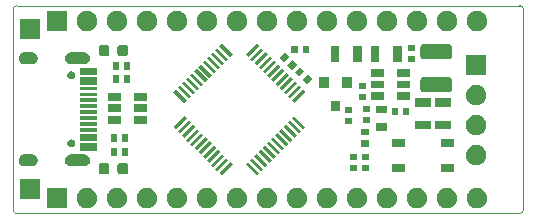
<source format=gts>
G04 #@! TF.GenerationSoftware,KiCad,Pcbnew,5.1.5+dfsg1-2build2*
G04 #@! TF.CreationDate,2020-09-14T17:30:23+02:00*
G04 #@! TF.ProjectId,OtterPillG,4f747465-7250-4696-9c6c-472e6b696361,rev?*
G04 #@! TF.SameCoordinates,Original*
G04 #@! TF.FileFunction,Soldermask,Top*
G04 #@! TF.FilePolarity,Negative*
%FSLAX46Y46*%
G04 Gerber Fmt 4.6, Leading zero omitted, Abs format (unit mm)*
G04 Created by KiCad (PCBNEW 5.1.5+dfsg1-2build2) date 2020-09-14 17:30:23*
%MOMM*%
%LPD*%
G04 APERTURE LIST*
%ADD10C,0.050000*%
%ADD11C,0.100000*%
G04 APERTURE END LIST*
D10*
X63200000Y-37100000D02*
G75*
G02X62900000Y-37400000I-300000J0D01*
G01*
X62900000Y-19800000D02*
G75*
G02X63200000Y-20100000I0J-300000D01*
G01*
X20000000Y-20100000D02*
G75*
G02X20300000Y-19800000I300000J0D01*
G01*
X20300000Y-37400000D02*
G75*
G02X20000000Y-37100000I0J300000D01*
G01*
X20000000Y-37100000D02*
X20000000Y-20100000D01*
X62900000Y-37400000D02*
X20300000Y-37400000D01*
X63200000Y-20100000D02*
X63200000Y-37100000D01*
X20300000Y-19800000D02*
X62900000Y-19800000D01*
D11*
G36*
X24560000Y-36960000D02*
G01*
X22840000Y-36960000D01*
X22840000Y-35240000D01*
X24560000Y-35240000D01*
X24560000Y-36960000D01*
G37*
G36*
X44270853Y-35273049D02*
G01*
X44270856Y-35273050D01*
X44270855Y-35273050D01*
X44427360Y-35337876D01*
X44427363Y-35337878D01*
X44568218Y-35431995D01*
X44688005Y-35551782D01*
X44782122Y-35692637D01*
X44782124Y-35692640D01*
X44834977Y-35820239D01*
X44846951Y-35849147D01*
X44880000Y-36015297D01*
X44880000Y-36184703D01*
X44846951Y-36350853D01*
X44846950Y-36350855D01*
X44782124Y-36507360D01*
X44782122Y-36507363D01*
X44688005Y-36648218D01*
X44568218Y-36768005D01*
X44427363Y-36862122D01*
X44427360Y-36862124D01*
X44299761Y-36914977D01*
X44270853Y-36926951D01*
X44104703Y-36960000D01*
X43935297Y-36960000D01*
X43769147Y-36926951D01*
X43740239Y-36914977D01*
X43612640Y-36862124D01*
X43612637Y-36862122D01*
X43471782Y-36768005D01*
X43351995Y-36648218D01*
X43257878Y-36507363D01*
X43257876Y-36507360D01*
X43193050Y-36350855D01*
X43193049Y-36350853D01*
X43160000Y-36184703D01*
X43160000Y-36015297D01*
X43193049Y-35849147D01*
X43205023Y-35820239D01*
X43257876Y-35692640D01*
X43257878Y-35692637D01*
X43351995Y-35551782D01*
X43471782Y-35431995D01*
X43612637Y-35337878D01*
X43612640Y-35337876D01*
X43769145Y-35273050D01*
X43769144Y-35273050D01*
X43769147Y-35273049D01*
X43935297Y-35240000D01*
X44104703Y-35240000D01*
X44270853Y-35273049D01*
G37*
G36*
X59510853Y-35273049D02*
G01*
X59510856Y-35273050D01*
X59510855Y-35273050D01*
X59667360Y-35337876D01*
X59667363Y-35337878D01*
X59808218Y-35431995D01*
X59928005Y-35551782D01*
X60022122Y-35692637D01*
X60022124Y-35692640D01*
X60074977Y-35820239D01*
X60086951Y-35849147D01*
X60120000Y-36015297D01*
X60120000Y-36184703D01*
X60086951Y-36350853D01*
X60086950Y-36350855D01*
X60022124Y-36507360D01*
X60022122Y-36507363D01*
X59928005Y-36648218D01*
X59808218Y-36768005D01*
X59667363Y-36862122D01*
X59667360Y-36862124D01*
X59539761Y-36914977D01*
X59510853Y-36926951D01*
X59344703Y-36960000D01*
X59175297Y-36960000D01*
X59009147Y-36926951D01*
X58980239Y-36914977D01*
X58852640Y-36862124D01*
X58852637Y-36862122D01*
X58711782Y-36768005D01*
X58591995Y-36648218D01*
X58497878Y-36507363D01*
X58497876Y-36507360D01*
X58433050Y-36350855D01*
X58433049Y-36350853D01*
X58400000Y-36184703D01*
X58400000Y-36015297D01*
X58433049Y-35849147D01*
X58445023Y-35820239D01*
X58497876Y-35692640D01*
X58497878Y-35692637D01*
X58591995Y-35551782D01*
X58711782Y-35431995D01*
X58852637Y-35337878D01*
X58852640Y-35337876D01*
X59009145Y-35273050D01*
X59009144Y-35273050D01*
X59009147Y-35273049D01*
X59175297Y-35240000D01*
X59344703Y-35240000D01*
X59510853Y-35273049D01*
G37*
G36*
X54430853Y-35273049D02*
G01*
X54430856Y-35273050D01*
X54430855Y-35273050D01*
X54587360Y-35337876D01*
X54587363Y-35337878D01*
X54728218Y-35431995D01*
X54848005Y-35551782D01*
X54942122Y-35692637D01*
X54942124Y-35692640D01*
X54994977Y-35820239D01*
X55006951Y-35849147D01*
X55040000Y-36015297D01*
X55040000Y-36184703D01*
X55006951Y-36350853D01*
X55006950Y-36350855D01*
X54942124Y-36507360D01*
X54942122Y-36507363D01*
X54848005Y-36648218D01*
X54728218Y-36768005D01*
X54587363Y-36862122D01*
X54587360Y-36862124D01*
X54459761Y-36914977D01*
X54430853Y-36926951D01*
X54264703Y-36960000D01*
X54095297Y-36960000D01*
X53929147Y-36926951D01*
X53900239Y-36914977D01*
X53772640Y-36862124D01*
X53772637Y-36862122D01*
X53631782Y-36768005D01*
X53511995Y-36648218D01*
X53417878Y-36507363D01*
X53417876Y-36507360D01*
X53353050Y-36350855D01*
X53353049Y-36350853D01*
X53320000Y-36184703D01*
X53320000Y-36015297D01*
X53353049Y-35849147D01*
X53365023Y-35820239D01*
X53417876Y-35692640D01*
X53417878Y-35692637D01*
X53511995Y-35551782D01*
X53631782Y-35431995D01*
X53772637Y-35337878D01*
X53772640Y-35337876D01*
X53929145Y-35273050D01*
X53929144Y-35273050D01*
X53929147Y-35273049D01*
X54095297Y-35240000D01*
X54264703Y-35240000D01*
X54430853Y-35273049D01*
G37*
G36*
X51890853Y-35273049D02*
G01*
X51890856Y-35273050D01*
X51890855Y-35273050D01*
X52047360Y-35337876D01*
X52047363Y-35337878D01*
X52188218Y-35431995D01*
X52308005Y-35551782D01*
X52402122Y-35692637D01*
X52402124Y-35692640D01*
X52454977Y-35820239D01*
X52466951Y-35849147D01*
X52500000Y-36015297D01*
X52500000Y-36184703D01*
X52466951Y-36350853D01*
X52466950Y-36350855D01*
X52402124Y-36507360D01*
X52402122Y-36507363D01*
X52308005Y-36648218D01*
X52188218Y-36768005D01*
X52047363Y-36862122D01*
X52047360Y-36862124D01*
X51919761Y-36914977D01*
X51890853Y-36926951D01*
X51724703Y-36960000D01*
X51555297Y-36960000D01*
X51389147Y-36926951D01*
X51360239Y-36914977D01*
X51232640Y-36862124D01*
X51232637Y-36862122D01*
X51091782Y-36768005D01*
X50971995Y-36648218D01*
X50877878Y-36507363D01*
X50877876Y-36507360D01*
X50813050Y-36350855D01*
X50813049Y-36350853D01*
X50780000Y-36184703D01*
X50780000Y-36015297D01*
X50813049Y-35849147D01*
X50825023Y-35820239D01*
X50877876Y-35692640D01*
X50877878Y-35692637D01*
X50971995Y-35551782D01*
X51091782Y-35431995D01*
X51232637Y-35337878D01*
X51232640Y-35337876D01*
X51389145Y-35273050D01*
X51389144Y-35273050D01*
X51389147Y-35273049D01*
X51555297Y-35240000D01*
X51724703Y-35240000D01*
X51890853Y-35273049D01*
G37*
G36*
X49350853Y-35273049D02*
G01*
X49350856Y-35273050D01*
X49350855Y-35273050D01*
X49507360Y-35337876D01*
X49507363Y-35337878D01*
X49648218Y-35431995D01*
X49768005Y-35551782D01*
X49862122Y-35692637D01*
X49862124Y-35692640D01*
X49914977Y-35820239D01*
X49926951Y-35849147D01*
X49960000Y-36015297D01*
X49960000Y-36184703D01*
X49926951Y-36350853D01*
X49926950Y-36350855D01*
X49862124Y-36507360D01*
X49862122Y-36507363D01*
X49768005Y-36648218D01*
X49648218Y-36768005D01*
X49507363Y-36862122D01*
X49507360Y-36862124D01*
X49379761Y-36914977D01*
X49350853Y-36926951D01*
X49184703Y-36960000D01*
X49015297Y-36960000D01*
X48849147Y-36926951D01*
X48820239Y-36914977D01*
X48692640Y-36862124D01*
X48692637Y-36862122D01*
X48551782Y-36768005D01*
X48431995Y-36648218D01*
X48337878Y-36507363D01*
X48337876Y-36507360D01*
X48273050Y-36350855D01*
X48273049Y-36350853D01*
X48240000Y-36184703D01*
X48240000Y-36015297D01*
X48273049Y-35849147D01*
X48285023Y-35820239D01*
X48337876Y-35692640D01*
X48337878Y-35692637D01*
X48431995Y-35551782D01*
X48551782Y-35431995D01*
X48692637Y-35337878D01*
X48692640Y-35337876D01*
X48849145Y-35273050D01*
X48849144Y-35273050D01*
X48849147Y-35273049D01*
X49015297Y-35240000D01*
X49184703Y-35240000D01*
X49350853Y-35273049D01*
G37*
G36*
X46810853Y-35273049D02*
G01*
X46810856Y-35273050D01*
X46810855Y-35273050D01*
X46967360Y-35337876D01*
X46967363Y-35337878D01*
X47108218Y-35431995D01*
X47228005Y-35551782D01*
X47322122Y-35692637D01*
X47322124Y-35692640D01*
X47374977Y-35820239D01*
X47386951Y-35849147D01*
X47420000Y-36015297D01*
X47420000Y-36184703D01*
X47386951Y-36350853D01*
X47386950Y-36350855D01*
X47322124Y-36507360D01*
X47322122Y-36507363D01*
X47228005Y-36648218D01*
X47108218Y-36768005D01*
X46967363Y-36862122D01*
X46967360Y-36862124D01*
X46839761Y-36914977D01*
X46810853Y-36926951D01*
X46644703Y-36960000D01*
X46475297Y-36960000D01*
X46309147Y-36926951D01*
X46280239Y-36914977D01*
X46152640Y-36862124D01*
X46152637Y-36862122D01*
X46011782Y-36768005D01*
X45891995Y-36648218D01*
X45797878Y-36507363D01*
X45797876Y-36507360D01*
X45733050Y-36350855D01*
X45733049Y-36350853D01*
X45700000Y-36184703D01*
X45700000Y-36015297D01*
X45733049Y-35849147D01*
X45745023Y-35820239D01*
X45797876Y-35692640D01*
X45797878Y-35692637D01*
X45891995Y-35551782D01*
X46011782Y-35431995D01*
X46152637Y-35337878D01*
X46152640Y-35337876D01*
X46309145Y-35273050D01*
X46309144Y-35273050D01*
X46309147Y-35273049D01*
X46475297Y-35240000D01*
X46644703Y-35240000D01*
X46810853Y-35273049D01*
G37*
G36*
X56970853Y-35273049D02*
G01*
X56970856Y-35273050D01*
X56970855Y-35273050D01*
X57127360Y-35337876D01*
X57127363Y-35337878D01*
X57268218Y-35431995D01*
X57388005Y-35551782D01*
X57482122Y-35692637D01*
X57482124Y-35692640D01*
X57534977Y-35820239D01*
X57546951Y-35849147D01*
X57580000Y-36015297D01*
X57580000Y-36184703D01*
X57546951Y-36350853D01*
X57546950Y-36350855D01*
X57482124Y-36507360D01*
X57482122Y-36507363D01*
X57388005Y-36648218D01*
X57268218Y-36768005D01*
X57127363Y-36862122D01*
X57127360Y-36862124D01*
X56999761Y-36914977D01*
X56970853Y-36926951D01*
X56804703Y-36960000D01*
X56635297Y-36960000D01*
X56469147Y-36926951D01*
X56440239Y-36914977D01*
X56312640Y-36862124D01*
X56312637Y-36862122D01*
X56171782Y-36768005D01*
X56051995Y-36648218D01*
X55957878Y-36507363D01*
X55957876Y-36507360D01*
X55893050Y-36350855D01*
X55893049Y-36350853D01*
X55860000Y-36184703D01*
X55860000Y-36015297D01*
X55893049Y-35849147D01*
X55905023Y-35820239D01*
X55957876Y-35692640D01*
X55957878Y-35692637D01*
X56051995Y-35551782D01*
X56171782Y-35431995D01*
X56312637Y-35337878D01*
X56312640Y-35337876D01*
X56469145Y-35273050D01*
X56469144Y-35273050D01*
X56469147Y-35273049D01*
X56635297Y-35240000D01*
X56804703Y-35240000D01*
X56970853Y-35273049D01*
G37*
G36*
X39190853Y-35273049D02*
G01*
X39190856Y-35273050D01*
X39190855Y-35273050D01*
X39347360Y-35337876D01*
X39347363Y-35337878D01*
X39488218Y-35431995D01*
X39608005Y-35551782D01*
X39702122Y-35692637D01*
X39702124Y-35692640D01*
X39754977Y-35820239D01*
X39766951Y-35849147D01*
X39800000Y-36015297D01*
X39800000Y-36184703D01*
X39766951Y-36350853D01*
X39766950Y-36350855D01*
X39702124Y-36507360D01*
X39702122Y-36507363D01*
X39608005Y-36648218D01*
X39488218Y-36768005D01*
X39347363Y-36862122D01*
X39347360Y-36862124D01*
X39219761Y-36914977D01*
X39190853Y-36926951D01*
X39024703Y-36960000D01*
X38855297Y-36960000D01*
X38689147Y-36926951D01*
X38660239Y-36914977D01*
X38532640Y-36862124D01*
X38532637Y-36862122D01*
X38391782Y-36768005D01*
X38271995Y-36648218D01*
X38177878Y-36507363D01*
X38177876Y-36507360D01*
X38113050Y-36350855D01*
X38113049Y-36350853D01*
X38080000Y-36184703D01*
X38080000Y-36015297D01*
X38113049Y-35849147D01*
X38125023Y-35820239D01*
X38177876Y-35692640D01*
X38177878Y-35692637D01*
X38271995Y-35551782D01*
X38391782Y-35431995D01*
X38532637Y-35337878D01*
X38532640Y-35337876D01*
X38689145Y-35273050D01*
X38689144Y-35273050D01*
X38689147Y-35273049D01*
X38855297Y-35240000D01*
X39024703Y-35240000D01*
X39190853Y-35273049D01*
G37*
G36*
X41730853Y-35273049D02*
G01*
X41730856Y-35273050D01*
X41730855Y-35273050D01*
X41887360Y-35337876D01*
X41887363Y-35337878D01*
X42028218Y-35431995D01*
X42148005Y-35551782D01*
X42242122Y-35692637D01*
X42242124Y-35692640D01*
X42294977Y-35820239D01*
X42306951Y-35849147D01*
X42340000Y-36015297D01*
X42340000Y-36184703D01*
X42306951Y-36350853D01*
X42306950Y-36350855D01*
X42242124Y-36507360D01*
X42242122Y-36507363D01*
X42148005Y-36648218D01*
X42028218Y-36768005D01*
X41887363Y-36862122D01*
X41887360Y-36862124D01*
X41759761Y-36914977D01*
X41730853Y-36926951D01*
X41564703Y-36960000D01*
X41395297Y-36960000D01*
X41229147Y-36926951D01*
X41200239Y-36914977D01*
X41072640Y-36862124D01*
X41072637Y-36862122D01*
X40931782Y-36768005D01*
X40811995Y-36648218D01*
X40717878Y-36507363D01*
X40717876Y-36507360D01*
X40653050Y-36350855D01*
X40653049Y-36350853D01*
X40620000Y-36184703D01*
X40620000Y-36015297D01*
X40653049Y-35849147D01*
X40665023Y-35820239D01*
X40717876Y-35692640D01*
X40717878Y-35692637D01*
X40811995Y-35551782D01*
X40931782Y-35431995D01*
X41072637Y-35337878D01*
X41072640Y-35337876D01*
X41229145Y-35273050D01*
X41229144Y-35273050D01*
X41229147Y-35273049D01*
X41395297Y-35240000D01*
X41564703Y-35240000D01*
X41730853Y-35273049D01*
G37*
G36*
X26490853Y-35273049D02*
G01*
X26490856Y-35273050D01*
X26490855Y-35273050D01*
X26647360Y-35337876D01*
X26647363Y-35337878D01*
X26788218Y-35431995D01*
X26908005Y-35551782D01*
X27002122Y-35692637D01*
X27002124Y-35692640D01*
X27054977Y-35820239D01*
X27066951Y-35849147D01*
X27100000Y-36015297D01*
X27100000Y-36184703D01*
X27066951Y-36350853D01*
X27066950Y-36350855D01*
X27002124Y-36507360D01*
X27002122Y-36507363D01*
X26908005Y-36648218D01*
X26788218Y-36768005D01*
X26647363Y-36862122D01*
X26647360Y-36862124D01*
X26519761Y-36914977D01*
X26490853Y-36926951D01*
X26324703Y-36960000D01*
X26155297Y-36960000D01*
X25989147Y-36926951D01*
X25960239Y-36914977D01*
X25832640Y-36862124D01*
X25832637Y-36862122D01*
X25691782Y-36768005D01*
X25571995Y-36648218D01*
X25477878Y-36507363D01*
X25477876Y-36507360D01*
X25413050Y-36350855D01*
X25413049Y-36350853D01*
X25380000Y-36184703D01*
X25380000Y-36015297D01*
X25413049Y-35849147D01*
X25425023Y-35820239D01*
X25477876Y-35692640D01*
X25477878Y-35692637D01*
X25571995Y-35551782D01*
X25691782Y-35431995D01*
X25832637Y-35337878D01*
X25832640Y-35337876D01*
X25989145Y-35273050D01*
X25989144Y-35273050D01*
X25989147Y-35273049D01*
X26155297Y-35240000D01*
X26324703Y-35240000D01*
X26490853Y-35273049D01*
G37*
G36*
X29030853Y-35273049D02*
G01*
X29030856Y-35273050D01*
X29030855Y-35273050D01*
X29187360Y-35337876D01*
X29187363Y-35337878D01*
X29328218Y-35431995D01*
X29448005Y-35551782D01*
X29542122Y-35692637D01*
X29542124Y-35692640D01*
X29594977Y-35820239D01*
X29606951Y-35849147D01*
X29640000Y-36015297D01*
X29640000Y-36184703D01*
X29606951Y-36350853D01*
X29606950Y-36350855D01*
X29542124Y-36507360D01*
X29542122Y-36507363D01*
X29448005Y-36648218D01*
X29328218Y-36768005D01*
X29187363Y-36862122D01*
X29187360Y-36862124D01*
X29059761Y-36914977D01*
X29030853Y-36926951D01*
X28864703Y-36960000D01*
X28695297Y-36960000D01*
X28529147Y-36926951D01*
X28500239Y-36914977D01*
X28372640Y-36862124D01*
X28372637Y-36862122D01*
X28231782Y-36768005D01*
X28111995Y-36648218D01*
X28017878Y-36507363D01*
X28017876Y-36507360D01*
X27953050Y-36350855D01*
X27953049Y-36350853D01*
X27920000Y-36184703D01*
X27920000Y-36015297D01*
X27953049Y-35849147D01*
X27965023Y-35820239D01*
X28017876Y-35692640D01*
X28017878Y-35692637D01*
X28111995Y-35551782D01*
X28231782Y-35431995D01*
X28372637Y-35337878D01*
X28372640Y-35337876D01*
X28529145Y-35273050D01*
X28529144Y-35273050D01*
X28529147Y-35273049D01*
X28695297Y-35240000D01*
X28864703Y-35240000D01*
X29030853Y-35273049D01*
G37*
G36*
X34110853Y-35273049D02*
G01*
X34110856Y-35273050D01*
X34110855Y-35273050D01*
X34267360Y-35337876D01*
X34267363Y-35337878D01*
X34408218Y-35431995D01*
X34528005Y-35551782D01*
X34622122Y-35692637D01*
X34622124Y-35692640D01*
X34674977Y-35820239D01*
X34686951Y-35849147D01*
X34720000Y-36015297D01*
X34720000Y-36184703D01*
X34686951Y-36350853D01*
X34686950Y-36350855D01*
X34622124Y-36507360D01*
X34622122Y-36507363D01*
X34528005Y-36648218D01*
X34408218Y-36768005D01*
X34267363Y-36862122D01*
X34267360Y-36862124D01*
X34139761Y-36914977D01*
X34110853Y-36926951D01*
X33944703Y-36960000D01*
X33775297Y-36960000D01*
X33609147Y-36926951D01*
X33580239Y-36914977D01*
X33452640Y-36862124D01*
X33452637Y-36862122D01*
X33311782Y-36768005D01*
X33191995Y-36648218D01*
X33097878Y-36507363D01*
X33097876Y-36507360D01*
X33033050Y-36350855D01*
X33033049Y-36350853D01*
X33000000Y-36184703D01*
X33000000Y-36015297D01*
X33033049Y-35849147D01*
X33045023Y-35820239D01*
X33097876Y-35692640D01*
X33097878Y-35692637D01*
X33191995Y-35551782D01*
X33311782Y-35431995D01*
X33452637Y-35337878D01*
X33452640Y-35337876D01*
X33609145Y-35273050D01*
X33609144Y-35273050D01*
X33609147Y-35273049D01*
X33775297Y-35240000D01*
X33944703Y-35240000D01*
X34110853Y-35273049D01*
G37*
G36*
X31570853Y-35273049D02*
G01*
X31570856Y-35273050D01*
X31570855Y-35273050D01*
X31727360Y-35337876D01*
X31727363Y-35337878D01*
X31868218Y-35431995D01*
X31988005Y-35551782D01*
X32082122Y-35692637D01*
X32082124Y-35692640D01*
X32134977Y-35820239D01*
X32146951Y-35849147D01*
X32180000Y-36015297D01*
X32180000Y-36184703D01*
X32146951Y-36350853D01*
X32146950Y-36350855D01*
X32082124Y-36507360D01*
X32082122Y-36507363D01*
X31988005Y-36648218D01*
X31868218Y-36768005D01*
X31727363Y-36862122D01*
X31727360Y-36862124D01*
X31599761Y-36914977D01*
X31570853Y-36926951D01*
X31404703Y-36960000D01*
X31235297Y-36960000D01*
X31069147Y-36926951D01*
X31040239Y-36914977D01*
X30912640Y-36862124D01*
X30912637Y-36862122D01*
X30771782Y-36768005D01*
X30651995Y-36648218D01*
X30557878Y-36507363D01*
X30557876Y-36507360D01*
X30493050Y-36350855D01*
X30493049Y-36350853D01*
X30460000Y-36184703D01*
X30460000Y-36015297D01*
X30493049Y-35849147D01*
X30505023Y-35820239D01*
X30557876Y-35692640D01*
X30557878Y-35692637D01*
X30651995Y-35551782D01*
X30771782Y-35431995D01*
X30912637Y-35337878D01*
X30912640Y-35337876D01*
X31069145Y-35273050D01*
X31069144Y-35273050D01*
X31069147Y-35273049D01*
X31235297Y-35240000D01*
X31404703Y-35240000D01*
X31570853Y-35273049D01*
G37*
G36*
X36650853Y-35273049D02*
G01*
X36650856Y-35273050D01*
X36650855Y-35273050D01*
X36807360Y-35337876D01*
X36807363Y-35337878D01*
X36948218Y-35431995D01*
X37068005Y-35551782D01*
X37162122Y-35692637D01*
X37162124Y-35692640D01*
X37214977Y-35820239D01*
X37226951Y-35849147D01*
X37260000Y-36015297D01*
X37260000Y-36184703D01*
X37226951Y-36350853D01*
X37226950Y-36350855D01*
X37162124Y-36507360D01*
X37162122Y-36507363D01*
X37068005Y-36648218D01*
X36948218Y-36768005D01*
X36807363Y-36862122D01*
X36807360Y-36862124D01*
X36679761Y-36914977D01*
X36650853Y-36926951D01*
X36484703Y-36960000D01*
X36315297Y-36960000D01*
X36149147Y-36926951D01*
X36120239Y-36914977D01*
X35992640Y-36862124D01*
X35992637Y-36862122D01*
X35851782Y-36768005D01*
X35731995Y-36648218D01*
X35637878Y-36507363D01*
X35637876Y-36507360D01*
X35573050Y-36350855D01*
X35573049Y-36350853D01*
X35540000Y-36184703D01*
X35540000Y-36015297D01*
X35573049Y-35849147D01*
X35585023Y-35820239D01*
X35637876Y-35692640D01*
X35637878Y-35692637D01*
X35731995Y-35551782D01*
X35851782Y-35431995D01*
X35992637Y-35337878D01*
X35992640Y-35337876D01*
X36149145Y-35273050D01*
X36149144Y-35273050D01*
X36149147Y-35273049D01*
X36315297Y-35240000D01*
X36484703Y-35240000D01*
X36650853Y-35273049D01*
G37*
G36*
X22280000Y-36200000D02*
G01*
X20560000Y-36200000D01*
X20560000Y-34480000D01*
X22280000Y-34480000D01*
X22280000Y-36200000D01*
G37*
G36*
X38585195Y-33229227D02*
G01*
X37651814Y-34162608D01*
X37460895Y-33971689D01*
X38394276Y-33038308D01*
X38585195Y-33229227D01*
G37*
G36*
X40847937Y-33971689D02*
G01*
X40657018Y-34162608D01*
X39723637Y-33229227D01*
X39914556Y-33038308D01*
X40847937Y-33971689D01*
G37*
G36*
X29556908Y-33119275D02*
G01*
X29598408Y-33131864D01*
X29636660Y-33152310D01*
X29670180Y-33179820D01*
X29697690Y-33213340D01*
X29718136Y-33251592D01*
X29730725Y-33293092D01*
X29735000Y-33336496D01*
X29735000Y-33863504D01*
X29730725Y-33906908D01*
X29718136Y-33948408D01*
X29697690Y-33986660D01*
X29670180Y-34020180D01*
X29636660Y-34047690D01*
X29598408Y-34068136D01*
X29556908Y-34080725D01*
X29513504Y-34085000D01*
X29061496Y-34085000D01*
X29018092Y-34080725D01*
X28976592Y-34068136D01*
X28938340Y-34047690D01*
X28904820Y-34020180D01*
X28877310Y-33986660D01*
X28856864Y-33948408D01*
X28844275Y-33906908D01*
X28840000Y-33863504D01*
X28840000Y-33336496D01*
X28844275Y-33293092D01*
X28856864Y-33251592D01*
X28877310Y-33213340D01*
X28904820Y-33179820D01*
X28938340Y-33152310D01*
X28976592Y-33131864D01*
X29018092Y-33119275D01*
X29061496Y-33115000D01*
X29513504Y-33115000D01*
X29556908Y-33119275D01*
G37*
G36*
X27981908Y-33119275D02*
G01*
X28023408Y-33131864D01*
X28061660Y-33152310D01*
X28095180Y-33179820D01*
X28122690Y-33213340D01*
X28143136Y-33251592D01*
X28155725Y-33293092D01*
X28160000Y-33336496D01*
X28160000Y-33863504D01*
X28155725Y-33906908D01*
X28143136Y-33948408D01*
X28122690Y-33986660D01*
X28095180Y-34020180D01*
X28061660Y-34047690D01*
X28023408Y-34068136D01*
X27981908Y-34080725D01*
X27938504Y-34085000D01*
X27486496Y-34085000D01*
X27443092Y-34080725D01*
X27401592Y-34068136D01*
X27363340Y-34047690D01*
X27329820Y-34020180D01*
X27302310Y-33986660D01*
X27281864Y-33948408D01*
X27269275Y-33906908D01*
X27265000Y-33863504D01*
X27265000Y-33336496D01*
X27269275Y-33293092D01*
X27281864Y-33251592D01*
X27302310Y-33213340D01*
X27329820Y-33179820D01*
X27363340Y-33152310D01*
X27401592Y-33131864D01*
X27443092Y-33119275D01*
X27486496Y-33115000D01*
X27938504Y-33115000D01*
X27981908Y-33119275D01*
G37*
G36*
X57310000Y-33922000D02*
G01*
X56240000Y-33922000D01*
X56240000Y-33252000D01*
X57310000Y-33252000D01*
X57310000Y-33922000D01*
G37*
G36*
X53160000Y-33922000D02*
G01*
X52090000Y-33922000D01*
X52090000Y-33252000D01*
X53160000Y-33252000D01*
X53160000Y-33922000D01*
G37*
G36*
X49110000Y-33825000D02*
G01*
X48490000Y-33825000D01*
X48490000Y-33305000D01*
X49110000Y-33305000D01*
X49110000Y-33825000D01*
G37*
G36*
X50140000Y-33820000D02*
G01*
X49520000Y-33820000D01*
X49520000Y-33300000D01*
X50140000Y-33300000D01*
X50140000Y-33820000D01*
G37*
G36*
X41201490Y-33618136D02*
G01*
X41010571Y-33809055D01*
X40077190Y-32875674D01*
X40268109Y-32684755D01*
X41201490Y-33618136D01*
G37*
G36*
X38231642Y-32875674D02*
G01*
X37298261Y-33809055D01*
X37107342Y-33618136D01*
X38040723Y-32684755D01*
X38231642Y-32875674D01*
G37*
G36*
X41555044Y-33264582D02*
G01*
X41364125Y-33455501D01*
X40430744Y-32522120D01*
X40621663Y-32331201D01*
X41555044Y-33264582D01*
G37*
G36*
X37878088Y-32522120D02*
G01*
X36944707Y-33455501D01*
X36753788Y-33264582D01*
X37687169Y-32331201D01*
X37878088Y-32522120D01*
G37*
G36*
X26104976Y-32387380D02*
G01*
X26201112Y-32416542D01*
X26289710Y-32463899D01*
X26289713Y-32463901D01*
X26289714Y-32463902D01*
X26360653Y-32522120D01*
X26367368Y-32527631D01*
X26431100Y-32605289D01*
X26478457Y-32693887D01*
X26507619Y-32790023D01*
X26517466Y-32890000D01*
X26507619Y-32989977D01*
X26478457Y-33086113D01*
X26431100Y-33174711D01*
X26431098Y-33174714D01*
X26431097Y-33174715D01*
X26367368Y-33252369D01*
X26313045Y-33296951D01*
X26289710Y-33316101D01*
X26201112Y-33363458D01*
X26104976Y-33392620D01*
X26030047Y-33400000D01*
X24879951Y-33400000D01*
X24805022Y-33392620D01*
X24708886Y-33363458D01*
X24620288Y-33316101D01*
X24596954Y-33296951D01*
X24542630Y-33252369D01*
X24478901Y-33174715D01*
X24478900Y-33174714D01*
X24478898Y-33174711D01*
X24431541Y-33086113D01*
X24402379Y-32989977D01*
X24392532Y-32890000D01*
X24402379Y-32790023D01*
X24431541Y-32693887D01*
X24478898Y-32605289D01*
X24542630Y-32527631D01*
X24549345Y-32522120D01*
X24620284Y-32463902D01*
X24620285Y-32463901D01*
X24620288Y-32463899D01*
X24708886Y-32416542D01*
X24805022Y-32387380D01*
X24879951Y-32380000D01*
X26030047Y-32380000D01*
X26104976Y-32387380D01*
G37*
G36*
X21674976Y-32387380D02*
G01*
X21771112Y-32416542D01*
X21859710Y-32463899D01*
X21859713Y-32463901D01*
X21859714Y-32463902D01*
X21930653Y-32522120D01*
X21937368Y-32527631D01*
X22001100Y-32605289D01*
X22048457Y-32693887D01*
X22077619Y-32790023D01*
X22087466Y-32890000D01*
X22077619Y-32989977D01*
X22048457Y-33086113D01*
X22001100Y-33174711D01*
X22001098Y-33174714D01*
X22001097Y-33174715D01*
X21937368Y-33252369D01*
X21883045Y-33296951D01*
X21859710Y-33316101D01*
X21771112Y-33363458D01*
X21674976Y-33392620D01*
X21600047Y-33400000D01*
X20949951Y-33400000D01*
X20875022Y-33392620D01*
X20778886Y-33363458D01*
X20690288Y-33316101D01*
X20666954Y-33296951D01*
X20612630Y-33252369D01*
X20548901Y-33174715D01*
X20548900Y-33174714D01*
X20548898Y-33174711D01*
X20501541Y-33086113D01*
X20472379Y-32989977D01*
X20462532Y-32890000D01*
X20472379Y-32790023D01*
X20501541Y-32693887D01*
X20548898Y-32605289D01*
X20612630Y-32527631D01*
X20619345Y-32522120D01*
X20690284Y-32463902D01*
X20690285Y-32463901D01*
X20690288Y-32463899D01*
X20778886Y-32416542D01*
X20875022Y-32387380D01*
X20949951Y-32380000D01*
X21600047Y-32380000D01*
X21674976Y-32387380D01*
G37*
G36*
X59450853Y-31643049D02*
G01*
X59450856Y-31643050D01*
X59450855Y-31643050D01*
X59607360Y-31707876D01*
X59607363Y-31707878D01*
X59748218Y-31801995D01*
X59868005Y-31921782D01*
X59947857Y-32041288D01*
X59962124Y-32062640D01*
X60006000Y-32168567D01*
X60026951Y-32219147D01*
X60060000Y-32385297D01*
X60060000Y-32554703D01*
X60026951Y-32720853D01*
X60026950Y-32720855D01*
X59962124Y-32877360D01*
X59962122Y-32877363D01*
X59868005Y-33018218D01*
X59748218Y-33138005D01*
X59635472Y-33213340D01*
X59607360Y-33232124D01*
X59479761Y-33284977D01*
X59450853Y-33296951D01*
X59284703Y-33330000D01*
X59115297Y-33330000D01*
X58949147Y-33296951D01*
X58920239Y-33284977D01*
X58792640Y-33232124D01*
X58764528Y-33213340D01*
X58651782Y-33138005D01*
X58531995Y-33018218D01*
X58437878Y-32877363D01*
X58437876Y-32877360D01*
X58373050Y-32720855D01*
X58373049Y-32720853D01*
X58340000Y-32554703D01*
X58340000Y-32385297D01*
X58373049Y-32219147D01*
X58394000Y-32168567D01*
X58437876Y-32062640D01*
X58452143Y-32041288D01*
X58531995Y-31921782D01*
X58651782Y-31801995D01*
X58792637Y-31707878D01*
X58792640Y-31707876D01*
X58949145Y-31643050D01*
X58949144Y-31643050D01*
X58949147Y-31643049D01*
X59115297Y-31610000D01*
X59284703Y-31610000D01*
X59450853Y-31643049D01*
G37*
G36*
X37524535Y-32168567D02*
G01*
X36591154Y-33101948D01*
X36400235Y-32911029D01*
X37333616Y-31977648D01*
X37524535Y-32168567D01*
G37*
G36*
X41908597Y-32911029D02*
G01*
X41717678Y-33101948D01*
X40784297Y-32168567D01*
X40975216Y-31977648D01*
X41908597Y-32911029D01*
G37*
G36*
X49110000Y-32885000D02*
G01*
X48490000Y-32885000D01*
X48490000Y-32365000D01*
X49110000Y-32365000D01*
X49110000Y-32885000D01*
G37*
G36*
X50140000Y-32880000D02*
G01*
X49520000Y-32880000D01*
X49520000Y-32360000D01*
X50140000Y-32360000D01*
X50140000Y-32880000D01*
G37*
G36*
X37170982Y-31815014D02*
G01*
X36237601Y-32748395D01*
X36046682Y-32557476D01*
X36980063Y-31624095D01*
X37170982Y-31815014D01*
G37*
G36*
X42262150Y-32557476D02*
G01*
X42071231Y-32748395D01*
X41137850Y-31815014D01*
X41328769Y-31624095D01*
X42262150Y-32557476D01*
G37*
G36*
X28790000Y-32510000D02*
G01*
X28270000Y-32510000D01*
X28270000Y-31890000D01*
X28790000Y-31890000D01*
X28790000Y-32510000D01*
G37*
G36*
X29730000Y-32510000D02*
G01*
X29210000Y-32510000D01*
X29210000Y-31890000D01*
X29730000Y-31890000D01*
X29730000Y-32510000D01*
G37*
G36*
X36817428Y-31461460D02*
G01*
X35884047Y-32394841D01*
X35693128Y-32203922D01*
X36626509Y-31270541D01*
X36817428Y-31461460D01*
G37*
G36*
X42615704Y-32203922D02*
G01*
X42424785Y-32394841D01*
X41491404Y-31461460D01*
X41682323Y-31270541D01*
X42615704Y-32203922D01*
G37*
G36*
X27104999Y-32080000D02*
G01*
X25634999Y-32080000D01*
X25634999Y-31460000D01*
X27104999Y-31460000D01*
X27104999Y-32080000D01*
G37*
G36*
X42969257Y-31850369D02*
G01*
X42778338Y-32041288D01*
X41844957Y-31107907D01*
X42035876Y-30916988D01*
X42969257Y-31850369D01*
G37*
G36*
X36463875Y-31107907D02*
G01*
X35530494Y-32041288D01*
X35339575Y-31850369D01*
X36272956Y-30916988D01*
X36463875Y-31107907D01*
G37*
G36*
X25022717Y-31137874D02*
G01*
X25083678Y-31163125D01*
X25083681Y-31163127D01*
X25138549Y-31199788D01*
X25185211Y-31246450D01*
X25207628Y-31280000D01*
X25221874Y-31301321D01*
X25247125Y-31362282D01*
X25259999Y-31427005D01*
X25259999Y-31492995D01*
X25247125Y-31557718D01*
X25221874Y-31618679D01*
X25221872Y-31618682D01*
X25185211Y-31673550D01*
X25138549Y-31720212D01*
X25083681Y-31756873D01*
X25083678Y-31756875D01*
X25022717Y-31782126D01*
X24957994Y-31795000D01*
X24892004Y-31795000D01*
X24827281Y-31782126D01*
X24766320Y-31756875D01*
X24766317Y-31756873D01*
X24711449Y-31720212D01*
X24664787Y-31673550D01*
X24628126Y-31618682D01*
X24628124Y-31618679D01*
X24602873Y-31557718D01*
X24589999Y-31492995D01*
X24589999Y-31427005D01*
X24602873Y-31362282D01*
X24628124Y-31301321D01*
X24642370Y-31280000D01*
X24664787Y-31246450D01*
X24711449Y-31199788D01*
X24766317Y-31163127D01*
X24766320Y-31163125D01*
X24827281Y-31137874D01*
X24892004Y-31125000D01*
X24957994Y-31125000D01*
X25022717Y-31137874D01*
G37*
G36*
X53160000Y-31772000D02*
G01*
X52090000Y-31772000D01*
X52090000Y-31102000D01*
X53160000Y-31102000D01*
X53160000Y-31772000D01*
G37*
G36*
X57310000Y-31772000D02*
G01*
X56240000Y-31772000D01*
X56240000Y-31102000D01*
X57310000Y-31102000D01*
X57310000Y-31772000D01*
G37*
G36*
X50110000Y-31730000D02*
G01*
X49490000Y-31730000D01*
X49490000Y-31210000D01*
X50110000Y-31210000D01*
X50110000Y-31730000D01*
G37*
G36*
X43322811Y-31496815D02*
G01*
X43131892Y-31687734D01*
X42198511Y-30754353D01*
X42389430Y-30563434D01*
X43322811Y-31496815D01*
G37*
G36*
X36110321Y-30754353D02*
G01*
X35176940Y-31687734D01*
X34986021Y-31496815D01*
X35919402Y-30563434D01*
X36110321Y-30754353D01*
G37*
G36*
X43676364Y-31143262D02*
G01*
X43485445Y-31334181D01*
X42552064Y-30400800D01*
X42742983Y-30209881D01*
X43676364Y-31143262D01*
G37*
G36*
X35756768Y-30400800D02*
G01*
X34823387Y-31334181D01*
X34632468Y-31143262D01*
X35565849Y-30209881D01*
X35756768Y-30400800D01*
G37*
G36*
X28790000Y-31310000D02*
G01*
X28270000Y-31310000D01*
X28270000Y-30690000D01*
X28790000Y-30690000D01*
X28790000Y-31310000D01*
G37*
G36*
X29730000Y-31310000D02*
G01*
X29210000Y-31310000D01*
X29210000Y-30690000D01*
X29730000Y-30690000D01*
X29730000Y-31310000D01*
G37*
G36*
X27104999Y-31280000D02*
G01*
X25634999Y-31280000D01*
X25634999Y-30660000D01*
X27104999Y-30660000D01*
X27104999Y-31280000D01*
G37*
G36*
X35403215Y-30047247D02*
G01*
X34469834Y-30980628D01*
X34278915Y-30789709D01*
X35212296Y-29856328D01*
X35403215Y-30047247D01*
G37*
G36*
X44029917Y-30789709D02*
G01*
X43838998Y-30980628D01*
X42905617Y-30047247D01*
X43096536Y-29856328D01*
X44029917Y-30789709D01*
G37*
G36*
X50110000Y-30790000D02*
G01*
X49490000Y-30790000D01*
X49490000Y-30270000D01*
X50110000Y-30270000D01*
X50110000Y-30790000D01*
G37*
G36*
X59450853Y-29103049D02*
G01*
X59450856Y-29103050D01*
X59450855Y-29103050D01*
X59607360Y-29167876D01*
X59607363Y-29167878D01*
X59748218Y-29261995D01*
X59868005Y-29381782D01*
X59948850Y-29502774D01*
X59962124Y-29522640D01*
X60014977Y-29650239D01*
X60026951Y-29679147D01*
X60060000Y-29845297D01*
X60060000Y-30014703D01*
X60026951Y-30180853D01*
X60026950Y-30180855D01*
X59962124Y-30337360D01*
X59962122Y-30337363D01*
X59868005Y-30478218D01*
X59748218Y-30598005D01*
X59610539Y-30690000D01*
X59607360Y-30692124D01*
X59479761Y-30744977D01*
X59450853Y-30756951D01*
X59284703Y-30790000D01*
X59115297Y-30790000D01*
X58949147Y-30756951D01*
X58920239Y-30744977D01*
X58792640Y-30692124D01*
X58789461Y-30690000D01*
X58651782Y-30598005D01*
X58531995Y-30478218D01*
X58437878Y-30337363D01*
X58437876Y-30337360D01*
X58373050Y-30180855D01*
X58373049Y-30180853D01*
X58340000Y-30014703D01*
X58340000Y-29845297D01*
X58373049Y-29679147D01*
X58385023Y-29650239D01*
X58437876Y-29522640D01*
X58451150Y-29502774D01*
X58531995Y-29381782D01*
X58651782Y-29261995D01*
X58792637Y-29167878D01*
X58792640Y-29167876D01*
X58949145Y-29103050D01*
X58949144Y-29103050D01*
X58949147Y-29103049D01*
X59115297Y-29070000D01*
X59284703Y-29070000D01*
X59450853Y-29103049D01*
G37*
G36*
X35049661Y-29693693D02*
G01*
X34116280Y-30627074D01*
X33925361Y-30436155D01*
X34858742Y-29502774D01*
X35049661Y-29693693D01*
G37*
G36*
X44383471Y-30436155D02*
G01*
X44192552Y-30627074D01*
X43259171Y-29693693D01*
X43450090Y-29502774D01*
X44383471Y-30436155D01*
G37*
G36*
X27104999Y-30480000D02*
G01*
X25634999Y-30480000D01*
X25634999Y-30160000D01*
X27104999Y-30160000D01*
X27104999Y-30480000D01*
G37*
G36*
X51640000Y-30400000D02*
G01*
X50720000Y-30400000D01*
X50720000Y-29780000D01*
X51640000Y-29780000D01*
X51640000Y-30400000D01*
G37*
G36*
X34696108Y-29340140D02*
G01*
X33762727Y-30273521D01*
X33571808Y-30082602D01*
X34505189Y-29149221D01*
X34696108Y-29340140D01*
G37*
G36*
X44737024Y-30082602D02*
G01*
X44546105Y-30273521D01*
X43612724Y-29340140D01*
X43803643Y-29149221D01*
X44737024Y-30082602D01*
G37*
G36*
X57060000Y-30270000D02*
G01*
X55740000Y-30270000D01*
X55740000Y-29550000D01*
X57060000Y-29550000D01*
X57060000Y-30270000D01*
G37*
G36*
X55350000Y-30260000D02*
G01*
X54030000Y-30260000D01*
X54030000Y-29540000D01*
X55350000Y-29540000D01*
X55350000Y-30260000D01*
G37*
G36*
X27104999Y-29980000D02*
G01*
X25634999Y-29980000D01*
X25634999Y-29660000D01*
X27104999Y-29660000D01*
X27104999Y-29980000D01*
G37*
G36*
X48710000Y-29830000D02*
G01*
X48090000Y-29830000D01*
X48090000Y-29310000D01*
X48710000Y-29310000D01*
X48710000Y-29830000D01*
G37*
G36*
X29140000Y-29785000D02*
G01*
X28060000Y-29785000D01*
X28060000Y-29115000D01*
X29140000Y-29115000D01*
X29140000Y-29785000D01*
G37*
G36*
X31340000Y-29785000D02*
G01*
X30260000Y-29785000D01*
X30260000Y-29115000D01*
X31340000Y-29115000D01*
X31340000Y-29785000D01*
G37*
G36*
X50240000Y-29720000D02*
G01*
X49620000Y-29720000D01*
X49620000Y-29200000D01*
X50240000Y-29200000D01*
X50240000Y-29720000D01*
G37*
G36*
X27104999Y-29480000D02*
G01*
X25634999Y-29480000D01*
X25634999Y-29160000D01*
X27104999Y-29160000D01*
X27104999Y-29480000D01*
G37*
G36*
X53530000Y-29060000D02*
G01*
X53010000Y-29060000D01*
X53010000Y-28440000D01*
X53530000Y-28440000D01*
X53530000Y-29060000D01*
G37*
G36*
X52590000Y-29060000D02*
G01*
X52070000Y-29060000D01*
X52070000Y-28440000D01*
X52590000Y-28440000D01*
X52590000Y-29060000D01*
G37*
G36*
X27104999Y-28980000D02*
G01*
X25634999Y-28980000D01*
X25634999Y-28660000D01*
X27104999Y-28660000D01*
X27104999Y-28980000D01*
G37*
G36*
X51640000Y-28900000D02*
G01*
X50720000Y-28900000D01*
X50720000Y-28280000D01*
X51640000Y-28280000D01*
X51640000Y-28900000D01*
G37*
G36*
X48710000Y-28890000D02*
G01*
X48090000Y-28890000D01*
X48090000Y-28370000D01*
X48710000Y-28370000D01*
X48710000Y-28890000D01*
G37*
G36*
X29140000Y-28835000D02*
G01*
X28060000Y-28835000D01*
X28060000Y-28165000D01*
X29140000Y-28165000D01*
X29140000Y-28835000D01*
G37*
G36*
X31340000Y-28835000D02*
G01*
X30260000Y-28835000D01*
X30260000Y-28165000D01*
X31340000Y-28165000D01*
X31340000Y-28835000D01*
G37*
G36*
X50240000Y-28780000D02*
G01*
X49620000Y-28780000D01*
X49620000Y-28260000D01*
X50240000Y-28260000D01*
X50240000Y-28780000D01*
G37*
G36*
X47710000Y-28760000D02*
G01*
X46890000Y-28760000D01*
X46890000Y-27840000D01*
X47710000Y-27840000D01*
X47710000Y-28760000D01*
G37*
G36*
X27104999Y-28480000D02*
G01*
X25634999Y-28480000D01*
X25634999Y-28160000D01*
X27104999Y-28160000D01*
X27104999Y-28480000D01*
G37*
G36*
X57060000Y-28370000D02*
G01*
X55740000Y-28370000D01*
X55740000Y-27650000D01*
X57060000Y-27650000D01*
X57060000Y-28370000D01*
G37*
G36*
X55350000Y-28360000D02*
G01*
X54030000Y-28360000D01*
X54030000Y-27640000D01*
X55350000Y-27640000D01*
X55350000Y-28360000D01*
G37*
G36*
X59450853Y-26563049D02*
G01*
X59450856Y-26563050D01*
X59450855Y-26563050D01*
X59607360Y-26627876D01*
X59607363Y-26627878D01*
X59748218Y-26721995D01*
X59868005Y-26841782D01*
X59927320Y-26930553D01*
X59962124Y-26982640D01*
X59994418Y-27060605D01*
X60026951Y-27139147D01*
X60060000Y-27305297D01*
X60060000Y-27474703D01*
X60026951Y-27640853D01*
X60026950Y-27640855D01*
X59962124Y-27797360D01*
X59962122Y-27797363D01*
X59868005Y-27938218D01*
X59748218Y-28058005D01*
X59607363Y-28152122D01*
X59607360Y-28152124D01*
X59479761Y-28204977D01*
X59450853Y-28216951D01*
X59284703Y-28250000D01*
X59115297Y-28250000D01*
X58949147Y-28216951D01*
X58920239Y-28204977D01*
X58792640Y-28152124D01*
X58792637Y-28152122D01*
X58651782Y-28058005D01*
X58531995Y-27938218D01*
X58437878Y-27797363D01*
X58437876Y-27797360D01*
X58373050Y-27640855D01*
X58373049Y-27640853D01*
X58340000Y-27474703D01*
X58340000Y-27305297D01*
X58373049Y-27139147D01*
X58405582Y-27060605D01*
X58437876Y-26982640D01*
X58472680Y-26930553D01*
X58531995Y-26841782D01*
X58651782Y-26721995D01*
X58792637Y-26627878D01*
X58792640Y-26627876D01*
X58949145Y-26563050D01*
X58949144Y-26563050D01*
X58949147Y-26563049D01*
X59115297Y-26530000D01*
X59284703Y-26530000D01*
X59450853Y-26563049D01*
G37*
G36*
X34696108Y-27819860D02*
G01*
X34505189Y-28010779D01*
X33571808Y-27077398D01*
X33762727Y-26886479D01*
X34696108Y-27819860D01*
G37*
G36*
X44737024Y-27077398D02*
G01*
X43803643Y-28010779D01*
X43612724Y-27819860D01*
X44546105Y-26886479D01*
X44737024Y-27077398D01*
G37*
G36*
X27104999Y-27980000D02*
G01*
X25634999Y-27980000D01*
X25634999Y-27660000D01*
X27104999Y-27660000D01*
X27104999Y-27980000D01*
G37*
G36*
X31340000Y-27885000D02*
G01*
X30260000Y-27885000D01*
X30260000Y-27215000D01*
X31340000Y-27215000D01*
X31340000Y-27885000D01*
G37*
G36*
X29140000Y-27885000D02*
G01*
X28060000Y-27885000D01*
X28060000Y-27215000D01*
X29140000Y-27215000D01*
X29140000Y-27885000D01*
G37*
G36*
X49910000Y-27815000D02*
G01*
X49290000Y-27815000D01*
X49290000Y-27295000D01*
X49910000Y-27295000D01*
X49910000Y-27815000D01*
G37*
G36*
X53610000Y-27765000D02*
G01*
X52530000Y-27765000D01*
X52530000Y-27095000D01*
X53610000Y-27095000D01*
X53610000Y-27765000D01*
G37*
G36*
X51410000Y-27765000D02*
G01*
X50330000Y-27765000D01*
X50330000Y-27095000D01*
X51410000Y-27095000D01*
X51410000Y-27765000D01*
G37*
G36*
X35049661Y-27466307D02*
G01*
X34858742Y-27657226D01*
X33925361Y-26723845D01*
X34116280Y-26532926D01*
X35049661Y-27466307D01*
G37*
G36*
X44383471Y-26723845D02*
G01*
X43450090Y-27657226D01*
X43259171Y-27466307D01*
X44192552Y-26532926D01*
X44383471Y-26723845D01*
G37*
G36*
X27104999Y-27480000D02*
G01*
X25634999Y-27480000D01*
X25634999Y-27160000D01*
X27104999Y-27160000D01*
X27104999Y-27480000D01*
G37*
G36*
X44029917Y-26370291D02*
G01*
X43096536Y-27303672D01*
X42905617Y-27112753D01*
X43838998Y-26179372D01*
X44029917Y-26370291D01*
G37*
G36*
X35403215Y-27112753D02*
G01*
X35212296Y-27303672D01*
X34278915Y-26370291D01*
X34469834Y-26179372D01*
X35403215Y-27112753D01*
G37*
G36*
X56952962Y-25869847D02*
G01*
X57000043Y-25884129D01*
X57043438Y-25907324D01*
X57081467Y-25938533D01*
X57112676Y-25976562D01*
X57135871Y-26019957D01*
X57150153Y-26067038D01*
X57155000Y-26116246D01*
X57155000Y-26883754D01*
X57150153Y-26932962D01*
X57135871Y-26980043D01*
X57112676Y-27023438D01*
X57081467Y-27061467D01*
X57043438Y-27092676D01*
X57000043Y-27115871D01*
X56952962Y-27130153D01*
X56903754Y-27135000D01*
X54736246Y-27135000D01*
X54687038Y-27130153D01*
X54639957Y-27115871D01*
X54596562Y-27092676D01*
X54558533Y-27061467D01*
X54527324Y-27023438D01*
X54504129Y-26980043D01*
X54489847Y-26932962D01*
X54485000Y-26883754D01*
X54485000Y-26116246D01*
X54489847Y-26067038D01*
X54504129Y-26019957D01*
X54527324Y-25976562D01*
X54558533Y-25938533D01*
X54596562Y-25907324D01*
X54639957Y-25884129D01*
X54687038Y-25869847D01*
X54736246Y-25865000D01*
X56903754Y-25865000D01*
X56952962Y-25869847D01*
G37*
G36*
X27104999Y-26980000D02*
G01*
X25634999Y-26980000D01*
X25634999Y-26660000D01*
X27104999Y-26660000D01*
X27104999Y-26980000D01*
G37*
G36*
X43676364Y-26016738D02*
G01*
X42742983Y-26950119D01*
X42552064Y-26759200D01*
X43485445Y-25825819D01*
X43676364Y-26016738D01*
G37*
G36*
X35756768Y-26759200D02*
G01*
X35565849Y-26950119D01*
X34632468Y-26016738D01*
X34823387Y-25825819D01*
X35756768Y-26759200D01*
G37*
G36*
X49910000Y-26875000D02*
G01*
X49290000Y-26875000D01*
X49290000Y-26355000D01*
X49910000Y-26355000D01*
X49910000Y-26875000D01*
G37*
G36*
X51410000Y-26815000D02*
G01*
X50330000Y-26815000D01*
X50330000Y-26145000D01*
X51410000Y-26145000D01*
X51410000Y-26815000D01*
G37*
G36*
X53610000Y-26815000D02*
G01*
X52530000Y-26815000D01*
X52530000Y-26145000D01*
X53610000Y-26145000D01*
X53610000Y-26815000D01*
G37*
G36*
X46760000Y-26760000D02*
G01*
X45940000Y-26760000D01*
X45940000Y-25840000D01*
X46760000Y-25840000D01*
X46760000Y-26760000D01*
G37*
G36*
X48660000Y-26760000D02*
G01*
X47840000Y-26760000D01*
X47840000Y-25840000D01*
X48660000Y-25840000D01*
X48660000Y-26760000D01*
G37*
G36*
X36110321Y-26405647D02*
G01*
X35919402Y-26596566D01*
X34986021Y-25663185D01*
X35176940Y-25472266D01*
X36110321Y-26405647D01*
G37*
G36*
X43322811Y-25663185D02*
G01*
X42389430Y-26596566D01*
X42198511Y-26405647D01*
X43131892Y-25472266D01*
X43322811Y-25663185D01*
G37*
G36*
X27104999Y-26480000D02*
G01*
X25634999Y-26480000D01*
X25634999Y-25860000D01*
X27104999Y-25860000D01*
X27104999Y-26480000D01*
G37*
G36*
X45335391Y-25996985D02*
G01*
X44896985Y-26435391D01*
X44529289Y-26067695D01*
X44967695Y-25629289D01*
X45335391Y-25996985D01*
G37*
G36*
X28990000Y-26310000D02*
G01*
X28470000Y-26310000D01*
X28470000Y-25690000D01*
X28990000Y-25690000D01*
X28990000Y-26310000D01*
G37*
G36*
X29930000Y-26310000D02*
G01*
X29410000Y-26310000D01*
X29410000Y-25690000D01*
X29930000Y-25690000D01*
X29930000Y-26310000D01*
G37*
G36*
X42969257Y-25309631D02*
G01*
X42035876Y-26243012D01*
X41844957Y-26052093D01*
X42778338Y-25118712D01*
X42969257Y-25309631D01*
G37*
G36*
X36463875Y-26052093D02*
G01*
X36272956Y-26243012D01*
X35339575Y-25309631D01*
X35530494Y-25118712D01*
X36463875Y-26052093D01*
G37*
G36*
X25022717Y-25357874D02*
G01*
X25083678Y-25383125D01*
X25083681Y-25383127D01*
X25138549Y-25419788D01*
X25185211Y-25466450D01*
X25221872Y-25521318D01*
X25221874Y-25521321D01*
X25247125Y-25582282D01*
X25259999Y-25647005D01*
X25259999Y-25712995D01*
X25247125Y-25777718D01*
X25221874Y-25838679D01*
X25221872Y-25838682D01*
X25185211Y-25893550D01*
X25138549Y-25940212D01*
X25084146Y-25976562D01*
X25083678Y-25976875D01*
X25022717Y-26002126D01*
X24957994Y-26015000D01*
X24892004Y-26015000D01*
X24827281Y-26002126D01*
X24766320Y-25976875D01*
X24765852Y-25976562D01*
X24711449Y-25940212D01*
X24664787Y-25893550D01*
X24628126Y-25838682D01*
X24628124Y-25838679D01*
X24602873Y-25777718D01*
X24589999Y-25712995D01*
X24589999Y-25647005D01*
X24602873Y-25582282D01*
X24628124Y-25521321D01*
X24628126Y-25521318D01*
X24664787Y-25466450D01*
X24711449Y-25419788D01*
X24766317Y-25383127D01*
X24766320Y-25383125D01*
X24827281Y-25357874D01*
X24892004Y-25345000D01*
X24957994Y-25345000D01*
X25022717Y-25357874D01*
G37*
G36*
X42615704Y-24956078D02*
G01*
X41682323Y-25889459D01*
X41491404Y-25698540D01*
X42424785Y-24765159D01*
X42615704Y-24956078D01*
G37*
G36*
X36817428Y-25698540D02*
G01*
X36626509Y-25889459D01*
X35693128Y-24956078D01*
X35884047Y-24765159D01*
X36817428Y-25698540D01*
G37*
G36*
X51410000Y-25865000D02*
G01*
X50330000Y-25865000D01*
X50330000Y-25195000D01*
X51410000Y-25195000D01*
X51410000Y-25865000D01*
G37*
G36*
X53610000Y-25865000D02*
G01*
X52530000Y-25865000D01*
X52530000Y-25195000D01*
X53610000Y-25195000D01*
X53610000Y-25865000D01*
G37*
G36*
X44670711Y-25332305D02*
G01*
X44232305Y-25770711D01*
X43864609Y-25403015D01*
X44303015Y-24964609D01*
X44670711Y-25332305D01*
G37*
G36*
X60060000Y-25710000D02*
G01*
X58340000Y-25710000D01*
X58340000Y-23990000D01*
X60060000Y-23990000D01*
X60060000Y-25710000D01*
G37*
G36*
X27104999Y-25680000D02*
G01*
X25634999Y-25680000D01*
X25634999Y-25060000D01*
X27104999Y-25060000D01*
X27104999Y-25680000D01*
G37*
G36*
X42262150Y-24602524D02*
G01*
X41328769Y-25535905D01*
X41137850Y-25344986D01*
X42071231Y-24411605D01*
X42262150Y-24602524D01*
G37*
G36*
X37170982Y-25344986D02*
G01*
X36980063Y-25535905D01*
X36046682Y-24602524D01*
X36237601Y-24411605D01*
X37170982Y-25344986D01*
G37*
G36*
X44035391Y-24796985D02*
G01*
X43596985Y-25235391D01*
X43229289Y-24867695D01*
X43667695Y-24429289D01*
X44035391Y-24796985D01*
G37*
G36*
X29930000Y-25210000D02*
G01*
X29410000Y-25210000D01*
X29410000Y-24590000D01*
X29930000Y-24590000D01*
X29930000Y-25210000D01*
G37*
G36*
X28990000Y-25210000D02*
G01*
X28470000Y-25210000D01*
X28470000Y-24590000D01*
X28990000Y-24590000D01*
X28990000Y-25210000D01*
G37*
G36*
X41908597Y-24248971D02*
G01*
X40975216Y-25182352D01*
X40784297Y-24991433D01*
X41717678Y-24058052D01*
X41908597Y-24248971D01*
G37*
G36*
X37524535Y-24991433D02*
G01*
X37333616Y-25182352D01*
X36400235Y-24248971D01*
X36591154Y-24058052D01*
X37524535Y-24991433D01*
G37*
G36*
X41555044Y-23895418D02*
G01*
X40621663Y-24828799D01*
X40430744Y-24637880D01*
X41364125Y-23704499D01*
X41555044Y-23895418D01*
G37*
G36*
X37878088Y-24637880D02*
G01*
X37687169Y-24828799D01*
X36753788Y-23895418D01*
X36944707Y-23704499D01*
X37878088Y-24637880D01*
G37*
G36*
X21674976Y-23747380D02*
G01*
X21771112Y-23776542D01*
X21859710Y-23823899D01*
X21937368Y-23887631D01*
X22001100Y-23965289D01*
X22048457Y-24053887D01*
X22077619Y-24150023D01*
X22087466Y-24250000D01*
X22077619Y-24349977D01*
X22048457Y-24446113D01*
X22001100Y-24534711D01*
X21937368Y-24612369D01*
X21859710Y-24676101D01*
X21771112Y-24723458D01*
X21674976Y-24752620D01*
X21600047Y-24760000D01*
X20949951Y-24760000D01*
X20875022Y-24752620D01*
X20778886Y-24723458D01*
X20690288Y-24676101D01*
X20612630Y-24612369D01*
X20548898Y-24534711D01*
X20501541Y-24446113D01*
X20472379Y-24349977D01*
X20462532Y-24250000D01*
X20472379Y-24150023D01*
X20501541Y-24053887D01*
X20548898Y-23965289D01*
X20612630Y-23887631D01*
X20690288Y-23823899D01*
X20778886Y-23776542D01*
X20875022Y-23747380D01*
X20949951Y-23740000D01*
X21600047Y-23740000D01*
X21674976Y-23747380D01*
G37*
G36*
X26104976Y-23747380D02*
G01*
X26201112Y-23776542D01*
X26289710Y-23823899D01*
X26367368Y-23887631D01*
X26431100Y-23965289D01*
X26478457Y-24053887D01*
X26507619Y-24150023D01*
X26517466Y-24250000D01*
X26507619Y-24349977D01*
X26478457Y-24446113D01*
X26431100Y-24534711D01*
X26367368Y-24612369D01*
X26289710Y-24676101D01*
X26201112Y-24723458D01*
X26104976Y-24752620D01*
X26030047Y-24760000D01*
X24879951Y-24760000D01*
X24805022Y-24752620D01*
X24708886Y-24723458D01*
X24620288Y-24676101D01*
X24542630Y-24612369D01*
X24478898Y-24534711D01*
X24431541Y-24446113D01*
X24402379Y-24349977D01*
X24392532Y-24250000D01*
X24402379Y-24150023D01*
X24431541Y-24053887D01*
X24478898Y-23965289D01*
X24542630Y-23887631D01*
X24620288Y-23823899D01*
X24708886Y-23776542D01*
X24805022Y-23747380D01*
X24879951Y-23740000D01*
X26030047Y-23740000D01*
X26104976Y-23747380D01*
G37*
G36*
X54030000Y-24600000D02*
G01*
X53410000Y-24600000D01*
X53410000Y-24080000D01*
X54030000Y-24080000D01*
X54030000Y-24600000D01*
G37*
G36*
X43370711Y-24132305D02*
G01*
X42932305Y-24570711D01*
X42564609Y-24203015D01*
X43003015Y-23764609D01*
X43370711Y-24132305D01*
G37*
G36*
X47610000Y-24560000D02*
G01*
X46890000Y-24560000D01*
X46890000Y-23240000D01*
X47610000Y-23240000D01*
X47610000Y-24560000D01*
G37*
G36*
X49510000Y-24560000D02*
G01*
X48790000Y-24560000D01*
X48790000Y-23240000D01*
X49510000Y-23240000D01*
X49510000Y-24560000D01*
G37*
G36*
X52890000Y-24550000D02*
G01*
X52170000Y-24550000D01*
X52170000Y-23230000D01*
X52890000Y-23230000D01*
X52890000Y-24550000D01*
G37*
G36*
X50990000Y-24550000D02*
G01*
X50270000Y-24550000D01*
X50270000Y-23230000D01*
X50990000Y-23230000D01*
X50990000Y-24550000D01*
G37*
G36*
X41201490Y-23541864D02*
G01*
X40268109Y-24475245D01*
X40077190Y-24284326D01*
X41010571Y-23350945D01*
X41201490Y-23541864D01*
G37*
G36*
X38231642Y-24284326D02*
G01*
X38040723Y-24475245D01*
X37107342Y-23541864D01*
X37298261Y-23350945D01*
X38231642Y-24284326D01*
G37*
G36*
X56952962Y-23069847D02*
G01*
X57000043Y-23084129D01*
X57043438Y-23107324D01*
X57081467Y-23138533D01*
X57112676Y-23176562D01*
X57135871Y-23219957D01*
X57150153Y-23267038D01*
X57155000Y-23316246D01*
X57155000Y-24083754D01*
X57150153Y-24132962D01*
X57135871Y-24180043D01*
X57112676Y-24223438D01*
X57081467Y-24261467D01*
X57043438Y-24292676D01*
X57000043Y-24315871D01*
X56952962Y-24330153D01*
X56903754Y-24335000D01*
X54736246Y-24335000D01*
X54687038Y-24330153D01*
X54639957Y-24315871D01*
X54596562Y-24292676D01*
X54558533Y-24261467D01*
X54527324Y-24223438D01*
X54504129Y-24180043D01*
X54489847Y-24132962D01*
X54485000Y-24083754D01*
X54485000Y-23316246D01*
X54489847Y-23267038D01*
X54504129Y-23219957D01*
X54527324Y-23176562D01*
X54558533Y-23138533D01*
X54596562Y-23107324D01*
X54639957Y-23084129D01*
X54687038Y-23069847D01*
X54736246Y-23065000D01*
X56903754Y-23065000D01*
X56952962Y-23069847D01*
G37*
G36*
X38585195Y-23930773D02*
G01*
X38394276Y-24121692D01*
X37460895Y-23188311D01*
X37651814Y-22997392D01*
X38585195Y-23930773D01*
G37*
G36*
X40847937Y-23188311D02*
G01*
X39914556Y-24121692D01*
X39723637Y-23930773D01*
X40657018Y-22997392D01*
X40847937Y-23188311D01*
G37*
G36*
X29556908Y-23119275D02*
G01*
X29598408Y-23131864D01*
X29636660Y-23152310D01*
X29670180Y-23179820D01*
X29697690Y-23213340D01*
X29718136Y-23251592D01*
X29730725Y-23293092D01*
X29735000Y-23336496D01*
X29735000Y-23863504D01*
X29730725Y-23906908D01*
X29718136Y-23948408D01*
X29697690Y-23986660D01*
X29670180Y-24020180D01*
X29636660Y-24047690D01*
X29598408Y-24068136D01*
X29556908Y-24080725D01*
X29513504Y-24085000D01*
X29061496Y-24085000D01*
X29018092Y-24080725D01*
X28976592Y-24068136D01*
X28938340Y-24047690D01*
X28904820Y-24020180D01*
X28877310Y-23986660D01*
X28856864Y-23948408D01*
X28844275Y-23906908D01*
X28840000Y-23863504D01*
X28840000Y-23336496D01*
X28844275Y-23293092D01*
X28856864Y-23251592D01*
X28877310Y-23213340D01*
X28904820Y-23179820D01*
X28938340Y-23152310D01*
X28976592Y-23131864D01*
X29018092Y-23119275D01*
X29061496Y-23115000D01*
X29513504Y-23115000D01*
X29556908Y-23119275D01*
G37*
G36*
X27981908Y-23119275D02*
G01*
X28023408Y-23131864D01*
X28061660Y-23152310D01*
X28095180Y-23179820D01*
X28122690Y-23213340D01*
X28143136Y-23251592D01*
X28155725Y-23293092D01*
X28160000Y-23336496D01*
X28160000Y-23863504D01*
X28155725Y-23906908D01*
X28143136Y-23948408D01*
X28122690Y-23986660D01*
X28095180Y-24020180D01*
X28061660Y-24047690D01*
X28023408Y-24068136D01*
X27981908Y-24080725D01*
X27938504Y-24085000D01*
X27486496Y-24085000D01*
X27443092Y-24080725D01*
X27401592Y-24068136D01*
X27363340Y-24047690D01*
X27329820Y-24020180D01*
X27302310Y-23986660D01*
X27281864Y-23948408D01*
X27269275Y-23906908D01*
X27265000Y-23863504D01*
X27265000Y-23336496D01*
X27269275Y-23293092D01*
X27281864Y-23251592D01*
X27302310Y-23213340D01*
X27329820Y-23179820D01*
X27363340Y-23152310D01*
X27401592Y-23131864D01*
X27443092Y-23119275D01*
X27486496Y-23115000D01*
X27938504Y-23115000D01*
X27981908Y-23119275D01*
G37*
G36*
X45030000Y-23810000D02*
G01*
X44510000Y-23810000D01*
X44510000Y-23190000D01*
X45030000Y-23190000D01*
X45030000Y-23810000D01*
G37*
G36*
X44090000Y-23810000D02*
G01*
X43570000Y-23810000D01*
X43570000Y-23190000D01*
X44090000Y-23190000D01*
X44090000Y-23810000D01*
G37*
G36*
X54030000Y-23660000D02*
G01*
X53410000Y-23660000D01*
X53410000Y-23140000D01*
X54030000Y-23140000D01*
X54030000Y-23660000D01*
G37*
G36*
X22280000Y-22640000D02*
G01*
X20560000Y-22640000D01*
X20560000Y-20920000D01*
X22280000Y-20920000D01*
X22280000Y-22640000D01*
G37*
G36*
X24560000Y-21960000D02*
G01*
X22840000Y-21960000D01*
X22840000Y-20240000D01*
X24560000Y-20240000D01*
X24560000Y-21960000D01*
G37*
G36*
X39190853Y-20273049D02*
G01*
X39190856Y-20273050D01*
X39190855Y-20273050D01*
X39347360Y-20337876D01*
X39347363Y-20337878D01*
X39488218Y-20431995D01*
X39608005Y-20551782D01*
X39702122Y-20692637D01*
X39702124Y-20692640D01*
X39754977Y-20820239D01*
X39766951Y-20849147D01*
X39800000Y-21015297D01*
X39800000Y-21184703D01*
X39766951Y-21350853D01*
X39766950Y-21350855D01*
X39702124Y-21507360D01*
X39702122Y-21507363D01*
X39608005Y-21648218D01*
X39488218Y-21768005D01*
X39347363Y-21862122D01*
X39347360Y-21862124D01*
X39219761Y-21914977D01*
X39190853Y-21926951D01*
X39024703Y-21960000D01*
X38855297Y-21960000D01*
X38689147Y-21926951D01*
X38660239Y-21914977D01*
X38532640Y-21862124D01*
X38532637Y-21862122D01*
X38391782Y-21768005D01*
X38271995Y-21648218D01*
X38177878Y-21507363D01*
X38177876Y-21507360D01*
X38113050Y-21350855D01*
X38113049Y-21350853D01*
X38080000Y-21184703D01*
X38080000Y-21015297D01*
X38113049Y-20849147D01*
X38125023Y-20820239D01*
X38177876Y-20692640D01*
X38177878Y-20692637D01*
X38271995Y-20551782D01*
X38391782Y-20431995D01*
X38532637Y-20337878D01*
X38532640Y-20337876D01*
X38689145Y-20273050D01*
X38689144Y-20273050D01*
X38689147Y-20273049D01*
X38855297Y-20240000D01*
X39024703Y-20240000D01*
X39190853Y-20273049D01*
G37*
G36*
X36650853Y-20273049D02*
G01*
X36650856Y-20273050D01*
X36650855Y-20273050D01*
X36807360Y-20337876D01*
X36807363Y-20337878D01*
X36948218Y-20431995D01*
X37068005Y-20551782D01*
X37162122Y-20692637D01*
X37162124Y-20692640D01*
X37214977Y-20820239D01*
X37226951Y-20849147D01*
X37260000Y-21015297D01*
X37260000Y-21184703D01*
X37226951Y-21350853D01*
X37226950Y-21350855D01*
X37162124Y-21507360D01*
X37162122Y-21507363D01*
X37068005Y-21648218D01*
X36948218Y-21768005D01*
X36807363Y-21862122D01*
X36807360Y-21862124D01*
X36679761Y-21914977D01*
X36650853Y-21926951D01*
X36484703Y-21960000D01*
X36315297Y-21960000D01*
X36149147Y-21926951D01*
X36120239Y-21914977D01*
X35992640Y-21862124D01*
X35992637Y-21862122D01*
X35851782Y-21768005D01*
X35731995Y-21648218D01*
X35637878Y-21507363D01*
X35637876Y-21507360D01*
X35573050Y-21350855D01*
X35573049Y-21350853D01*
X35540000Y-21184703D01*
X35540000Y-21015297D01*
X35573049Y-20849147D01*
X35585023Y-20820239D01*
X35637876Y-20692640D01*
X35637878Y-20692637D01*
X35731995Y-20551782D01*
X35851782Y-20431995D01*
X35992637Y-20337878D01*
X35992640Y-20337876D01*
X36149145Y-20273050D01*
X36149144Y-20273050D01*
X36149147Y-20273049D01*
X36315297Y-20240000D01*
X36484703Y-20240000D01*
X36650853Y-20273049D01*
G37*
G36*
X34110853Y-20273049D02*
G01*
X34110856Y-20273050D01*
X34110855Y-20273050D01*
X34267360Y-20337876D01*
X34267363Y-20337878D01*
X34408218Y-20431995D01*
X34528005Y-20551782D01*
X34622122Y-20692637D01*
X34622124Y-20692640D01*
X34674977Y-20820239D01*
X34686951Y-20849147D01*
X34720000Y-21015297D01*
X34720000Y-21184703D01*
X34686951Y-21350853D01*
X34686950Y-21350855D01*
X34622124Y-21507360D01*
X34622122Y-21507363D01*
X34528005Y-21648218D01*
X34408218Y-21768005D01*
X34267363Y-21862122D01*
X34267360Y-21862124D01*
X34139761Y-21914977D01*
X34110853Y-21926951D01*
X33944703Y-21960000D01*
X33775297Y-21960000D01*
X33609147Y-21926951D01*
X33580239Y-21914977D01*
X33452640Y-21862124D01*
X33452637Y-21862122D01*
X33311782Y-21768005D01*
X33191995Y-21648218D01*
X33097878Y-21507363D01*
X33097876Y-21507360D01*
X33033050Y-21350855D01*
X33033049Y-21350853D01*
X33000000Y-21184703D01*
X33000000Y-21015297D01*
X33033049Y-20849147D01*
X33045023Y-20820239D01*
X33097876Y-20692640D01*
X33097878Y-20692637D01*
X33191995Y-20551782D01*
X33311782Y-20431995D01*
X33452637Y-20337878D01*
X33452640Y-20337876D01*
X33609145Y-20273050D01*
X33609144Y-20273050D01*
X33609147Y-20273049D01*
X33775297Y-20240000D01*
X33944703Y-20240000D01*
X34110853Y-20273049D01*
G37*
G36*
X31570853Y-20273049D02*
G01*
X31570856Y-20273050D01*
X31570855Y-20273050D01*
X31727360Y-20337876D01*
X31727363Y-20337878D01*
X31868218Y-20431995D01*
X31988005Y-20551782D01*
X32082122Y-20692637D01*
X32082124Y-20692640D01*
X32134977Y-20820239D01*
X32146951Y-20849147D01*
X32180000Y-21015297D01*
X32180000Y-21184703D01*
X32146951Y-21350853D01*
X32146950Y-21350855D01*
X32082124Y-21507360D01*
X32082122Y-21507363D01*
X31988005Y-21648218D01*
X31868218Y-21768005D01*
X31727363Y-21862122D01*
X31727360Y-21862124D01*
X31599761Y-21914977D01*
X31570853Y-21926951D01*
X31404703Y-21960000D01*
X31235297Y-21960000D01*
X31069147Y-21926951D01*
X31040239Y-21914977D01*
X30912640Y-21862124D01*
X30912637Y-21862122D01*
X30771782Y-21768005D01*
X30651995Y-21648218D01*
X30557878Y-21507363D01*
X30557876Y-21507360D01*
X30493050Y-21350855D01*
X30493049Y-21350853D01*
X30460000Y-21184703D01*
X30460000Y-21015297D01*
X30493049Y-20849147D01*
X30505023Y-20820239D01*
X30557876Y-20692640D01*
X30557878Y-20692637D01*
X30651995Y-20551782D01*
X30771782Y-20431995D01*
X30912637Y-20337878D01*
X30912640Y-20337876D01*
X31069145Y-20273050D01*
X31069144Y-20273050D01*
X31069147Y-20273049D01*
X31235297Y-20240000D01*
X31404703Y-20240000D01*
X31570853Y-20273049D01*
G37*
G36*
X29030853Y-20273049D02*
G01*
X29030856Y-20273050D01*
X29030855Y-20273050D01*
X29187360Y-20337876D01*
X29187363Y-20337878D01*
X29328218Y-20431995D01*
X29448005Y-20551782D01*
X29542122Y-20692637D01*
X29542124Y-20692640D01*
X29594977Y-20820239D01*
X29606951Y-20849147D01*
X29640000Y-21015297D01*
X29640000Y-21184703D01*
X29606951Y-21350853D01*
X29606950Y-21350855D01*
X29542124Y-21507360D01*
X29542122Y-21507363D01*
X29448005Y-21648218D01*
X29328218Y-21768005D01*
X29187363Y-21862122D01*
X29187360Y-21862124D01*
X29059761Y-21914977D01*
X29030853Y-21926951D01*
X28864703Y-21960000D01*
X28695297Y-21960000D01*
X28529147Y-21926951D01*
X28500239Y-21914977D01*
X28372640Y-21862124D01*
X28372637Y-21862122D01*
X28231782Y-21768005D01*
X28111995Y-21648218D01*
X28017878Y-21507363D01*
X28017876Y-21507360D01*
X27953050Y-21350855D01*
X27953049Y-21350853D01*
X27920000Y-21184703D01*
X27920000Y-21015297D01*
X27953049Y-20849147D01*
X27965023Y-20820239D01*
X28017876Y-20692640D01*
X28017878Y-20692637D01*
X28111995Y-20551782D01*
X28231782Y-20431995D01*
X28372637Y-20337878D01*
X28372640Y-20337876D01*
X28529145Y-20273050D01*
X28529144Y-20273050D01*
X28529147Y-20273049D01*
X28695297Y-20240000D01*
X28864703Y-20240000D01*
X29030853Y-20273049D01*
G37*
G36*
X41730853Y-20273049D02*
G01*
X41730856Y-20273050D01*
X41730855Y-20273050D01*
X41887360Y-20337876D01*
X41887363Y-20337878D01*
X42028218Y-20431995D01*
X42148005Y-20551782D01*
X42242122Y-20692637D01*
X42242124Y-20692640D01*
X42294977Y-20820239D01*
X42306951Y-20849147D01*
X42340000Y-21015297D01*
X42340000Y-21184703D01*
X42306951Y-21350853D01*
X42306950Y-21350855D01*
X42242124Y-21507360D01*
X42242122Y-21507363D01*
X42148005Y-21648218D01*
X42028218Y-21768005D01*
X41887363Y-21862122D01*
X41887360Y-21862124D01*
X41759761Y-21914977D01*
X41730853Y-21926951D01*
X41564703Y-21960000D01*
X41395297Y-21960000D01*
X41229147Y-21926951D01*
X41200239Y-21914977D01*
X41072640Y-21862124D01*
X41072637Y-21862122D01*
X40931782Y-21768005D01*
X40811995Y-21648218D01*
X40717878Y-21507363D01*
X40717876Y-21507360D01*
X40653050Y-21350855D01*
X40653049Y-21350853D01*
X40620000Y-21184703D01*
X40620000Y-21015297D01*
X40653049Y-20849147D01*
X40665023Y-20820239D01*
X40717876Y-20692640D01*
X40717878Y-20692637D01*
X40811995Y-20551782D01*
X40931782Y-20431995D01*
X41072637Y-20337878D01*
X41072640Y-20337876D01*
X41229145Y-20273050D01*
X41229144Y-20273050D01*
X41229147Y-20273049D01*
X41395297Y-20240000D01*
X41564703Y-20240000D01*
X41730853Y-20273049D01*
G37*
G36*
X44270853Y-20273049D02*
G01*
X44270856Y-20273050D01*
X44270855Y-20273050D01*
X44427360Y-20337876D01*
X44427363Y-20337878D01*
X44568218Y-20431995D01*
X44688005Y-20551782D01*
X44782122Y-20692637D01*
X44782124Y-20692640D01*
X44834977Y-20820239D01*
X44846951Y-20849147D01*
X44880000Y-21015297D01*
X44880000Y-21184703D01*
X44846951Y-21350853D01*
X44846950Y-21350855D01*
X44782124Y-21507360D01*
X44782122Y-21507363D01*
X44688005Y-21648218D01*
X44568218Y-21768005D01*
X44427363Y-21862122D01*
X44427360Y-21862124D01*
X44299761Y-21914977D01*
X44270853Y-21926951D01*
X44104703Y-21960000D01*
X43935297Y-21960000D01*
X43769147Y-21926951D01*
X43740239Y-21914977D01*
X43612640Y-21862124D01*
X43612637Y-21862122D01*
X43471782Y-21768005D01*
X43351995Y-21648218D01*
X43257878Y-21507363D01*
X43257876Y-21507360D01*
X43193050Y-21350855D01*
X43193049Y-21350853D01*
X43160000Y-21184703D01*
X43160000Y-21015297D01*
X43193049Y-20849147D01*
X43205023Y-20820239D01*
X43257876Y-20692640D01*
X43257878Y-20692637D01*
X43351995Y-20551782D01*
X43471782Y-20431995D01*
X43612637Y-20337878D01*
X43612640Y-20337876D01*
X43769145Y-20273050D01*
X43769144Y-20273050D01*
X43769147Y-20273049D01*
X43935297Y-20240000D01*
X44104703Y-20240000D01*
X44270853Y-20273049D01*
G37*
G36*
X46810853Y-20273049D02*
G01*
X46810856Y-20273050D01*
X46810855Y-20273050D01*
X46967360Y-20337876D01*
X46967363Y-20337878D01*
X47108218Y-20431995D01*
X47228005Y-20551782D01*
X47322122Y-20692637D01*
X47322124Y-20692640D01*
X47374977Y-20820239D01*
X47386951Y-20849147D01*
X47420000Y-21015297D01*
X47420000Y-21184703D01*
X47386951Y-21350853D01*
X47386950Y-21350855D01*
X47322124Y-21507360D01*
X47322122Y-21507363D01*
X47228005Y-21648218D01*
X47108218Y-21768005D01*
X46967363Y-21862122D01*
X46967360Y-21862124D01*
X46839761Y-21914977D01*
X46810853Y-21926951D01*
X46644703Y-21960000D01*
X46475297Y-21960000D01*
X46309147Y-21926951D01*
X46280239Y-21914977D01*
X46152640Y-21862124D01*
X46152637Y-21862122D01*
X46011782Y-21768005D01*
X45891995Y-21648218D01*
X45797878Y-21507363D01*
X45797876Y-21507360D01*
X45733050Y-21350855D01*
X45733049Y-21350853D01*
X45700000Y-21184703D01*
X45700000Y-21015297D01*
X45733049Y-20849147D01*
X45745023Y-20820239D01*
X45797876Y-20692640D01*
X45797878Y-20692637D01*
X45891995Y-20551782D01*
X46011782Y-20431995D01*
X46152637Y-20337878D01*
X46152640Y-20337876D01*
X46309145Y-20273050D01*
X46309144Y-20273050D01*
X46309147Y-20273049D01*
X46475297Y-20240000D01*
X46644703Y-20240000D01*
X46810853Y-20273049D01*
G37*
G36*
X49350853Y-20273049D02*
G01*
X49350856Y-20273050D01*
X49350855Y-20273050D01*
X49507360Y-20337876D01*
X49507363Y-20337878D01*
X49648218Y-20431995D01*
X49768005Y-20551782D01*
X49862122Y-20692637D01*
X49862124Y-20692640D01*
X49914977Y-20820239D01*
X49926951Y-20849147D01*
X49960000Y-21015297D01*
X49960000Y-21184703D01*
X49926951Y-21350853D01*
X49926950Y-21350855D01*
X49862124Y-21507360D01*
X49862122Y-21507363D01*
X49768005Y-21648218D01*
X49648218Y-21768005D01*
X49507363Y-21862122D01*
X49507360Y-21862124D01*
X49379761Y-21914977D01*
X49350853Y-21926951D01*
X49184703Y-21960000D01*
X49015297Y-21960000D01*
X48849147Y-21926951D01*
X48820239Y-21914977D01*
X48692640Y-21862124D01*
X48692637Y-21862122D01*
X48551782Y-21768005D01*
X48431995Y-21648218D01*
X48337878Y-21507363D01*
X48337876Y-21507360D01*
X48273050Y-21350855D01*
X48273049Y-21350853D01*
X48240000Y-21184703D01*
X48240000Y-21015297D01*
X48273049Y-20849147D01*
X48285023Y-20820239D01*
X48337876Y-20692640D01*
X48337878Y-20692637D01*
X48431995Y-20551782D01*
X48551782Y-20431995D01*
X48692637Y-20337878D01*
X48692640Y-20337876D01*
X48849145Y-20273050D01*
X48849144Y-20273050D01*
X48849147Y-20273049D01*
X49015297Y-20240000D01*
X49184703Y-20240000D01*
X49350853Y-20273049D01*
G37*
G36*
X51890853Y-20273049D02*
G01*
X51890856Y-20273050D01*
X51890855Y-20273050D01*
X52047360Y-20337876D01*
X52047363Y-20337878D01*
X52188218Y-20431995D01*
X52308005Y-20551782D01*
X52402122Y-20692637D01*
X52402124Y-20692640D01*
X52454977Y-20820239D01*
X52466951Y-20849147D01*
X52500000Y-21015297D01*
X52500000Y-21184703D01*
X52466951Y-21350853D01*
X52466950Y-21350855D01*
X52402124Y-21507360D01*
X52402122Y-21507363D01*
X52308005Y-21648218D01*
X52188218Y-21768005D01*
X52047363Y-21862122D01*
X52047360Y-21862124D01*
X51919761Y-21914977D01*
X51890853Y-21926951D01*
X51724703Y-21960000D01*
X51555297Y-21960000D01*
X51389147Y-21926951D01*
X51360239Y-21914977D01*
X51232640Y-21862124D01*
X51232637Y-21862122D01*
X51091782Y-21768005D01*
X50971995Y-21648218D01*
X50877878Y-21507363D01*
X50877876Y-21507360D01*
X50813050Y-21350855D01*
X50813049Y-21350853D01*
X50780000Y-21184703D01*
X50780000Y-21015297D01*
X50813049Y-20849147D01*
X50825023Y-20820239D01*
X50877876Y-20692640D01*
X50877878Y-20692637D01*
X50971995Y-20551782D01*
X51091782Y-20431995D01*
X51232637Y-20337878D01*
X51232640Y-20337876D01*
X51389145Y-20273050D01*
X51389144Y-20273050D01*
X51389147Y-20273049D01*
X51555297Y-20240000D01*
X51724703Y-20240000D01*
X51890853Y-20273049D01*
G37*
G36*
X54430853Y-20273049D02*
G01*
X54430856Y-20273050D01*
X54430855Y-20273050D01*
X54587360Y-20337876D01*
X54587363Y-20337878D01*
X54728218Y-20431995D01*
X54848005Y-20551782D01*
X54942122Y-20692637D01*
X54942124Y-20692640D01*
X54994977Y-20820239D01*
X55006951Y-20849147D01*
X55040000Y-21015297D01*
X55040000Y-21184703D01*
X55006951Y-21350853D01*
X55006950Y-21350855D01*
X54942124Y-21507360D01*
X54942122Y-21507363D01*
X54848005Y-21648218D01*
X54728218Y-21768005D01*
X54587363Y-21862122D01*
X54587360Y-21862124D01*
X54459761Y-21914977D01*
X54430853Y-21926951D01*
X54264703Y-21960000D01*
X54095297Y-21960000D01*
X53929147Y-21926951D01*
X53900239Y-21914977D01*
X53772640Y-21862124D01*
X53772637Y-21862122D01*
X53631782Y-21768005D01*
X53511995Y-21648218D01*
X53417878Y-21507363D01*
X53417876Y-21507360D01*
X53353050Y-21350855D01*
X53353049Y-21350853D01*
X53320000Y-21184703D01*
X53320000Y-21015297D01*
X53353049Y-20849147D01*
X53365023Y-20820239D01*
X53417876Y-20692640D01*
X53417878Y-20692637D01*
X53511995Y-20551782D01*
X53631782Y-20431995D01*
X53772637Y-20337878D01*
X53772640Y-20337876D01*
X53929145Y-20273050D01*
X53929144Y-20273050D01*
X53929147Y-20273049D01*
X54095297Y-20240000D01*
X54264703Y-20240000D01*
X54430853Y-20273049D01*
G37*
G36*
X59510853Y-20273049D02*
G01*
X59510856Y-20273050D01*
X59510855Y-20273050D01*
X59667360Y-20337876D01*
X59667363Y-20337878D01*
X59808218Y-20431995D01*
X59928005Y-20551782D01*
X60022122Y-20692637D01*
X60022124Y-20692640D01*
X60074977Y-20820239D01*
X60086951Y-20849147D01*
X60120000Y-21015297D01*
X60120000Y-21184703D01*
X60086951Y-21350853D01*
X60086950Y-21350855D01*
X60022124Y-21507360D01*
X60022122Y-21507363D01*
X59928005Y-21648218D01*
X59808218Y-21768005D01*
X59667363Y-21862122D01*
X59667360Y-21862124D01*
X59539761Y-21914977D01*
X59510853Y-21926951D01*
X59344703Y-21960000D01*
X59175297Y-21960000D01*
X59009147Y-21926951D01*
X58980239Y-21914977D01*
X58852640Y-21862124D01*
X58852637Y-21862122D01*
X58711782Y-21768005D01*
X58591995Y-21648218D01*
X58497878Y-21507363D01*
X58497876Y-21507360D01*
X58433050Y-21350855D01*
X58433049Y-21350853D01*
X58400000Y-21184703D01*
X58400000Y-21015297D01*
X58433049Y-20849147D01*
X58445023Y-20820239D01*
X58497876Y-20692640D01*
X58497878Y-20692637D01*
X58591995Y-20551782D01*
X58711782Y-20431995D01*
X58852637Y-20337878D01*
X58852640Y-20337876D01*
X59009145Y-20273050D01*
X59009144Y-20273050D01*
X59009147Y-20273049D01*
X59175297Y-20240000D01*
X59344703Y-20240000D01*
X59510853Y-20273049D01*
G37*
G36*
X56970853Y-20273049D02*
G01*
X56970856Y-20273050D01*
X56970855Y-20273050D01*
X57127360Y-20337876D01*
X57127363Y-20337878D01*
X57268218Y-20431995D01*
X57388005Y-20551782D01*
X57482122Y-20692637D01*
X57482124Y-20692640D01*
X57534977Y-20820239D01*
X57546951Y-20849147D01*
X57580000Y-21015297D01*
X57580000Y-21184703D01*
X57546951Y-21350853D01*
X57546950Y-21350855D01*
X57482124Y-21507360D01*
X57482122Y-21507363D01*
X57388005Y-21648218D01*
X57268218Y-21768005D01*
X57127363Y-21862122D01*
X57127360Y-21862124D01*
X56999761Y-21914977D01*
X56970853Y-21926951D01*
X56804703Y-21960000D01*
X56635297Y-21960000D01*
X56469147Y-21926951D01*
X56440239Y-21914977D01*
X56312640Y-21862124D01*
X56312637Y-21862122D01*
X56171782Y-21768005D01*
X56051995Y-21648218D01*
X55957878Y-21507363D01*
X55957876Y-21507360D01*
X55893050Y-21350855D01*
X55893049Y-21350853D01*
X55860000Y-21184703D01*
X55860000Y-21015297D01*
X55893049Y-20849147D01*
X55905023Y-20820239D01*
X55957876Y-20692640D01*
X55957878Y-20692637D01*
X56051995Y-20551782D01*
X56171782Y-20431995D01*
X56312637Y-20337878D01*
X56312640Y-20337876D01*
X56469145Y-20273050D01*
X56469144Y-20273050D01*
X56469147Y-20273049D01*
X56635297Y-20240000D01*
X56804703Y-20240000D01*
X56970853Y-20273049D01*
G37*
G36*
X26490853Y-20273049D02*
G01*
X26490856Y-20273050D01*
X26490855Y-20273050D01*
X26647360Y-20337876D01*
X26647363Y-20337878D01*
X26788218Y-20431995D01*
X26908005Y-20551782D01*
X27002122Y-20692637D01*
X27002124Y-20692640D01*
X27054977Y-20820239D01*
X27066951Y-20849147D01*
X27100000Y-21015297D01*
X27100000Y-21184703D01*
X27066951Y-21350853D01*
X27066950Y-21350855D01*
X27002124Y-21507360D01*
X27002122Y-21507363D01*
X26908005Y-21648218D01*
X26788218Y-21768005D01*
X26647363Y-21862122D01*
X26647360Y-21862124D01*
X26519761Y-21914977D01*
X26490853Y-21926951D01*
X26324703Y-21960000D01*
X26155297Y-21960000D01*
X25989147Y-21926951D01*
X25960239Y-21914977D01*
X25832640Y-21862124D01*
X25832637Y-21862122D01*
X25691782Y-21768005D01*
X25571995Y-21648218D01*
X25477878Y-21507363D01*
X25477876Y-21507360D01*
X25413050Y-21350855D01*
X25413049Y-21350853D01*
X25380000Y-21184703D01*
X25380000Y-21015297D01*
X25413049Y-20849147D01*
X25425023Y-20820239D01*
X25477876Y-20692640D01*
X25477878Y-20692637D01*
X25571995Y-20551782D01*
X25691782Y-20431995D01*
X25832637Y-20337878D01*
X25832640Y-20337876D01*
X25989145Y-20273050D01*
X25989144Y-20273050D01*
X25989147Y-20273049D01*
X26155297Y-20240000D01*
X26324703Y-20240000D01*
X26490853Y-20273049D01*
G37*
M02*

</source>
